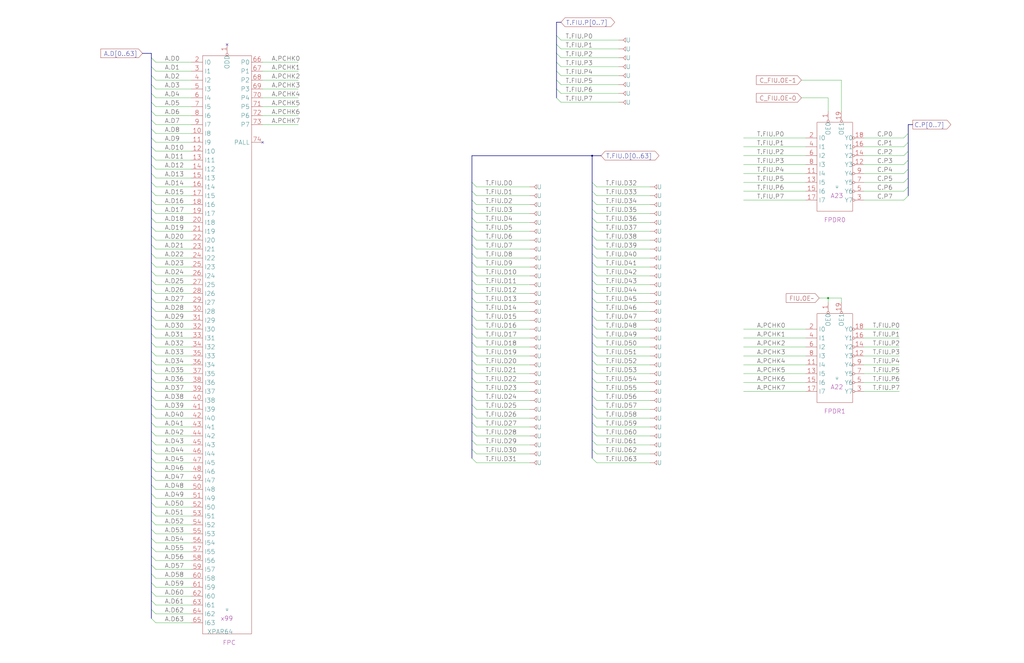
<source format=kicad_sch>
(kicad_sch (version 20220404) (generator eeschema)
  (paper "User" 584.2 378.46)
  (title_block (title "FIU DRIVER AND RECEIVER\\nPARITY") (date "15-MAR-90") (rev "1.0") (comment 1 "TYPE") (comment 2 "232-003062") (comment 3 "S400") (comment 4 "RELEASED"))
  (junction (at 472.44 170.18))
  (junction (at 337.82 88.9))
  (no_connect (at 129.54 25.4))
  (no_connect (at 149.86 81.28))
  (bus_entry (at 269.24 205.74) (size 2.54 2.54))
  (bus_entry (at 518.16 111.76) (size -2.54 2.54))
  (bus_entry (at 337.82 210.82) (size 2.54 2.54))
  (bus_entry (at 86.36 88.9) (size 2.54 2.54))
  (bus_entry (at 269.24 195.58) (size 2.54 2.54))
  (bus_entry (at 269.24 180.34) (size 2.54 2.54))
  (bus_entry (at 337.82 261.62) (size 2.54 2.54))
  (bus_entry (at 86.36 175.26) (size 2.54 2.54))
  (bus_entry (at 86.36 241.3) (size 2.54 2.54))
  (bus_entry (at 518.16 101.6) (size -2.54 2.54))
  (bus_entry (at 269.24 236.22) (size 2.54 2.54))
  (bus_entry (at 86.36 109.22) (size 2.54 2.54))
  (bus_entry (at 337.82 236.22) (size 2.54 2.54))
  (bus_entry (at 86.36 124.46) (size 2.54 2.54))
  (bus_entry (at 86.36 160.02) (size 2.54 2.54))
  (bus_entry (at 86.36 154.94) (size 2.54 2.54))
  (bus_entry (at 86.36 170.18) (size 2.54 2.54))
  (bus_entry (at 269.24 144.78) (size 2.54 2.54))
  (bus_entry (at 337.82 149.86) (size 2.54 2.54))
  (bus_entry (at 86.36 99.06) (size 2.54 2.54))
  (bus_entry (at 337.82 160.02) (size 2.54 2.54))
  (bus_entry (at 86.36 104.14) (size 2.54 2.54))
  (bus_entry (at 337.82 104.14) (size 2.54 2.54))
  (bus_entry (at 337.82 185.42) (size 2.54 2.54))
  (bus_entry (at 337.82 180.34) (size 2.54 2.54))
  (bus_entry (at 337.82 251.46) (size 2.54 2.54))
  (bus_entry (at 269.24 210.82) (size 2.54 2.54))
  (bus_entry (at 269.24 226.06) (size 2.54 2.54))
  (bus_entry (at 317.5 25.4) (size 2.54 2.54))
  (bus_entry (at 337.82 129.54) (size 2.54 2.54))
  (bus_entry (at 86.36 58.42) (size 2.54 2.54))
  (bus_entry (at 269.24 114.3) (size 2.54 2.54))
  (bus_entry (at 317.5 45.72) (size 2.54 2.54))
  (bus_entry (at 269.24 124.46) (size 2.54 2.54))
  (bus_entry (at 86.36 129.54) (size 2.54 2.54))
  (bus_entry (at 86.36 195.58) (size 2.54 2.54))
  (bus_entry (at 86.36 68.58) (size 2.54 2.54))
  (bus_entry (at 86.36 226.06) (size 2.54 2.54))
  (bus_entry (at 337.82 195.58) (size 2.54 2.54))
  (bus_entry (at 86.36 134.62) (size 2.54 2.54))
  (bus_entry (at 337.82 170.18) (size 2.54 2.54))
  (bus_entry (at 269.24 139.7) (size 2.54 2.54))
  (bus_entry (at 317.5 55.88) (size 2.54 2.54))
  (bus_entry (at 317.5 35.56) (size 2.54 2.54))
  (bus_entry (at 337.82 175.26) (size 2.54 2.54))
  (bus_entry (at 269.24 231.14) (size 2.54 2.54))
  (bus_entry (at 86.36 342.9) (size 2.54 2.54))
  (bus_entry (at 86.36 215.9) (size 2.54 2.54))
  (bus_entry (at 337.82 231.14) (size 2.54 2.54))
  (bus_entry (at 86.36 139.7) (size 2.54 2.54))
  (bus_entry (at 269.24 119.38) (size 2.54 2.54))
  (bus_entry (at 86.36 276.86) (size 2.54 2.54))
  (bus_entry (at 269.24 185.42) (size 2.54 2.54))
  (bus_entry (at 86.36 327.66) (size 2.54 2.54))
  (bus_entry (at 86.36 180.34) (size 2.54 2.54))
  (bus_entry (at 317.5 40.64) (size 2.54 2.54))
  (bus_entry (at 86.36 266.7) (size 2.54 2.54))
  (bus_entry (at 269.24 256.54) (size 2.54 2.54))
  (bus_entry (at 269.24 200.66) (size 2.54 2.54))
  (bus_entry (at 86.36 220.98) (size 2.54 2.54))
  (bus_entry (at 337.82 154.94) (size 2.54 2.54))
  (bus_entry (at 86.36 246.38) (size 2.54 2.54))
  (bus_entry (at 86.36 78.74) (size 2.54 2.54))
  (bus_entry (at 337.82 114.3) (size 2.54 2.54))
  (bus_entry (at 337.82 124.46) (size 2.54 2.54))
  (bus_entry (at 86.36 256.54) (size 2.54 2.54))
  (bus_entry (at 269.24 165.1) (size 2.54 2.54))
  (bus_entry (at 86.36 302.26) (size 2.54 2.54))
  (bus_entry (at 337.82 241.3) (size 2.54 2.54))
  (bus_entry (at 317.5 50.8) (size 2.54 2.54))
  (bus_entry (at 86.36 33.02) (size 2.54 2.54))
  (bus_entry (at 337.82 246.38) (size 2.54 2.54))
  (bus_entry (at 86.36 271.78) (size 2.54 2.54))
  (bus_entry (at 269.24 190.5) (size 2.54 2.54))
  (bus_entry (at 86.36 190.5) (size 2.54 2.54))
  (bus_entry (at 269.24 104.14) (size 2.54 2.54))
  (bus_entry (at 86.36 307.34) (size 2.54 2.54))
  (bus_entry (at 86.36 38.1) (size 2.54 2.54))
  (bus_entry (at 86.36 185.42) (size 2.54 2.54))
  (bus_entry (at 86.36 119.38) (size 2.54 2.54))
  (bus_entry (at 337.82 215.9) (size 2.54 2.54))
  (bus_entry (at 337.82 139.7) (size 2.54 2.54))
  (bus_entry (at 269.24 215.9) (size 2.54 2.54))
  (bus_entry (at 86.36 297.18) (size 2.54 2.54))
  (bus_entry (at 86.36 63.5) (size 2.54 2.54))
  (bus_entry (at 269.24 154.94) (size 2.54 2.54))
  (bus_entry (at 337.82 220.98) (size 2.54 2.54))
  (bus_entry (at 337.82 200.66) (size 2.54 2.54))
  (bus_entry (at 337.82 226.06) (size 2.54 2.54))
  (bus_entry (at 86.36 322.58) (size 2.54 2.54))
  (bus_entry (at 86.36 231.14) (size 2.54 2.54))
  (bus_entry (at 269.24 220.98) (size 2.54 2.54))
  (bus_entry (at 86.36 149.86) (size 2.54 2.54))
  (bus_entry (at 86.36 251.46) (size 2.54 2.54))
  (bus_entry (at 317.5 20.32) (size 2.54 2.54))
  (bus_entry (at 337.82 256.54) (size 2.54 2.54))
  (bus_entry (at 86.36 353.06) (size 2.54 2.54))
  (bus_entry (at 337.82 144.78) (size 2.54 2.54))
  (bus_entry (at 518.16 91.44) (size -2.54 2.54))
  (bus_entry (at 269.24 261.62) (size 2.54 2.54))
  (bus_entry (at 86.36 337.82) (size 2.54 2.54))
  (bus_entry (at 86.36 312.42) (size 2.54 2.54))
  (bus_entry (at 86.36 347.98) (size 2.54 2.54))
  (bus_entry (at 86.36 200.66) (size 2.54 2.54))
  (bus_entry (at 269.24 246.38) (size 2.54 2.54))
  (bus_entry (at 86.36 165.1) (size 2.54 2.54))
  (bus_entry (at 86.36 210.82) (size 2.54 2.54))
  (bus_entry (at 86.36 205.74) (size 2.54 2.54))
  (bus_entry (at 86.36 144.78) (size 2.54 2.54))
  (bus_entry (at 337.82 109.22) (size 2.54 2.54))
  (bus_entry (at 269.24 241.3) (size 2.54 2.54))
  (bus_entry (at 337.82 134.62) (size 2.54 2.54))
  (bus_entry (at 518.16 86.36) (size -2.54 2.54))
  (bus_entry (at 337.82 119.38) (size 2.54 2.54))
  (bus_entry (at 518.16 81.28) (size -2.54 2.54))
  (bus_entry (at 269.24 175.26) (size 2.54 2.54))
  (bus_entry (at 337.82 165.1) (size 2.54 2.54))
  (bus_entry (at 86.36 317.5) (size 2.54 2.54))
  (bus_entry (at 86.36 73.66) (size 2.54 2.54))
  (bus_entry (at 86.36 48.26) (size 2.54 2.54))
  (bus_entry (at 269.24 134.62) (size 2.54 2.54))
  (bus_entry (at 86.36 114.3) (size 2.54 2.54))
  (bus_entry (at 86.36 43.18) (size 2.54 2.54))
  (bus_entry (at 317.5 30.48) (size 2.54 2.54))
  (bus_entry (at 269.24 109.22) (size 2.54 2.54))
  (bus_entry (at 269.24 149.86) (size 2.54 2.54))
  (bus_entry (at 337.82 190.5) (size 2.54 2.54))
  (bus_entry (at 269.24 129.54) (size 2.54 2.54))
  (bus_entry (at 86.36 236.22) (size 2.54 2.54))
  (bus_entry (at 86.36 287.02) (size 2.54 2.54))
  (bus_entry (at 518.16 96.52) (size -2.54 2.54))
  (bus_entry (at 86.36 292.1) (size 2.54 2.54))
  (bus_entry (at 86.36 53.34) (size 2.54 2.54))
  (bus_entry (at 86.36 332.74) (size 2.54 2.54))
  (bus_entry (at 269.24 251.46) (size 2.54 2.54))
  (bus_entry (at 518.16 76.2) (size -2.54 2.54))
  (bus_entry (at 518.16 106.68) (size -2.54 2.54))
  (bus_entry (at 337.82 205.74) (size 2.54 2.54))
  (bus_entry (at 86.36 93.98) (size 2.54 2.54))
  (bus_entry (at 269.24 170.18) (size 2.54 2.54))
  (bus_entry (at 86.36 281.94) (size 2.54 2.54))
  (bus_entry (at 86.36 83.82) (size 2.54 2.54))
  (bus_entry (at 269.24 160.02) (size 2.54 2.54))
  (bus_entry (at 86.36 261.62) (size 2.54 2.54))
  (wire (pts (xy 340.36 106.68) (xy 370.84 106.68)))
  (bus (pts (xy 269.24 190.5) (xy 269.24 195.58)))
  (wire (pts (xy 271.78 259.08) (xy 302.26 259.08)))
  (wire (pts (xy 340.36 223.52) (xy 370.84 223.52)))
  (wire (pts (xy 271.78 187.96) (xy 302.26 187.96)))
  (bus (pts (xy 269.24 144.78) (xy 269.24 149.86)))
  (wire (pts (xy 424.18 78.74) (xy 459.74 78.74)))
  (wire (pts (xy 271.78 238.76) (xy 302.26 238.76)))
  (wire (pts (xy 149.86 66.04) (xy 170.18 66.04)))
  (bus (pts (xy 337.82 231.14) (xy 337.82 236.22)))
  (wire (pts (xy 340.36 243.84) (xy 370.84 243.84)))
  (bus (pts (xy 86.36 200.66) (xy 86.36 205.74)))
  (bus (pts (xy 86.36 78.74) (xy 86.36 83.82)))
  (wire (pts (xy 88.9 60.96) (xy 109.22 60.96)))
  (wire (pts (xy 472.44 172.72) (xy 472.44 170.18)))
  (bus (pts (xy 86.36 63.5) (xy 86.36 68.58)))
  (bus (pts (xy 337.82 205.74) (xy 337.82 210.82)))
  (bus (pts (xy 337.82 210.82) (xy 337.82 215.9)))
  (bus (pts (xy 86.36 93.98) (xy 86.36 99.06)))
  (wire (pts (xy 340.36 147.32) (xy 370.84 147.32)))
  (wire (pts (xy 88.9 91.44) (xy 109.22 91.44)))
  (wire (pts (xy 340.36 172.72) (xy 370.84 172.72)))
  (bus (pts (xy 337.82 226.06) (xy 337.82 231.14)))
  (wire (pts (xy 424.18 99.06) (xy 459.74 99.06)))
  (wire (pts (xy 88.9 299.72) (xy 109.22 299.72)))
  (wire (pts (xy 88.9 355.6) (xy 109.22 355.6)))
  (bus (pts (xy 269.24 231.14) (xy 269.24 236.22)))
  (wire (pts (xy 88.9 45.72) (xy 109.22 45.72)))
  (bus (pts (xy 269.24 134.62) (xy 269.24 139.7)))
  (bus (pts (xy 337.82 139.7) (xy 337.82 144.78)))
  (wire (pts (xy 424.18 109.22) (xy 459.74 109.22)))
  (bus (pts (xy 86.36 322.58) (xy 86.36 327.66)))
  (wire (pts (xy 340.36 198.12) (xy 370.84 198.12)))
  (wire (pts (xy 88.9 223.52) (xy 109.22 223.52)))
  (bus (pts (xy 337.82 124.46) (xy 337.82 129.54)))
  (wire (pts (xy 88.9 325.12) (xy 109.22 325.12)))
  (bus (pts (xy 269.24 104.14) (xy 269.24 109.22)))
  (bus (pts (xy 518.16 101.6) (xy 518.16 106.68)))
  (wire (pts (xy 271.78 264.16) (xy 302.26 264.16)))
  (wire (pts (xy 88.9 248.92) (xy 109.22 248.92)))
  (wire (pts (xy 88.9 243.84) (xy 109.22 243.84)))
  (wire (pts (xy 340.36 208.28) (xy 370.84 208.28)))
  (wire (pts (xy 424.18 93.98) (xy 459.74 93.98)))
  (wire (pts (xy 88.9 238.76) (xy 109.22 238.76)))
  (bus (pts (xy 86.36 53.34) (xy 86.36 58.42)))
  (wire (pts (xy 340.36 182.88) (xy 370.84 182.88)))
  (bus (pts (xy 86.36 292.1) (xy 86.36 297.18)))
  (bus (pts (xy 337.82 104.14) (xy 337.82 109.22)))
  (bus (pts (xy 86.36 342.9) (xy 86.36 347.98)))
  (wire (pts (xy 492.76 223.52) (xy 513.08 223.52)))
  (bus (pts (xy 518.16 81.28) (xy 518.16 86.36)))
  (wire (pts (xy 271.78 218.44) (xy 302.26 218.44)))
  (bus (pts (xy 337.82 180.34) (xy 337.82 185.42)))
  (wire (pts (xy 340.36 162.56) (xy 370.84 162.56)))
  (wire (pts (xy 271.78 182.88) (xy 302.26 182.88)))
  (wire (pts (xy 320.04 38.1) (xy 353.06 38.1)))
  (wire (pts (xy 271.78 213.36) (xy 302.26 213.36)))
  (bus (pts (xy 317.5 12.7) (xy 320.04 12.7)))
  (bus (pts (xy 86.36 139.7) (xy 86.36 144.78)))
  (wire (pts (xy 88.9 279.4) (xy 109.22 279.4)))
  (wire (pts (xy 340.36 121.92) (xy 370.84 121.92)))
  (bus (pts (xy 86.36 114.3) (xy 86.36 119.38)))
  (bus (pts (xy 269.24 226.06) (xy 269.24 231.14)))
  (bus (pts (xy 337.82 170.18) (xy 337.82 175.26)))
  (wire (pts (xy 271.78 121.92) (xy 302.26 121.92)))
  (wire (pts (xy 340.36 228.6) (xy 370.84 228.6)))
  (bus (pts (xy 86.36 266.7) (xy 86.36 271.78)))
  (wire (pts (xy 492.76 218.44) (xy 513.08 218.44)))
  (wire (pts (xy 467.36 170.18) (xy 472.44 170.18)))
  (bus (pts (xy 86.36 241.3) (xy 86.36 246.38)))
  (wire (pts (xy 271.78 228.6) (xy 302.26 228.6)))
  (wire (pts (xy 88.9 294.64) (xy 109.22 294.64)))
  (bus (pts (xy 86.36 38.1) (xy 86.36 43.18)))
  (wire (pts (xy 88.9 101.6) (xy 109.22 101.6)))
  (wire (pts (xy 480.06 45.72) (xy 457.2 45.72)))
  (wire (pts (xy 88.9 187.96) (xy 109.22 187.96)))
  (bus (pts (xy 317.5 40.64) (xy 317.5 45.72)))
  (wire (pts (xy 340.36 248.92) (xy 370.84 248.92)))
  (wire (pts (xy 88.9 335.28) (xy 109.22 335.28)))
  (bus (pts (xy 337.82 256.54) (xy 337.82 261.62)))
  (wire (pts (xy 271.78 243.84) (xy 302.26 243.84)))
  (wire (pts (xy 340.36 177.8) (xy 370.84 177.8)))
  (bus (pts (xy 317.5 25.4) (xy 317.5 30.48)))
  (bus (pts (xy 269.24 160.02) (xy 269.24 165.1)))
  (bus (pts (xy 269.24 109.22) (xy 269.24 114.3)))
  (bus (pts (xy 86.36 317.5) (xy 86.36 322.58)))
  (wire (pts (xy 271.78 127) (xy 302.26 127)))
  (bus (pts (xy 269.24 220.98) (xy 269.24 226.06)))
  (bus (pts (xy 518.16 106.68) (xy 518.16 111.76)))
  (wire (pts (xy 340.36 213.36) (xy 370.84 213.36)))
  (bus (pts (xy 337.82 165.1) (xy 337.82 170.18)))
  (bus (pts (xy 269.24 149.86) (xy 269.24 154.94)))
  (wire (pts (xy 492.76 93.98) (xy 515.62 93.98)))
  (wire (pts (xy 424.18 203.2) (xy 459.74 203.2)))
  (wire (pts (xy 149.86 35.56) (xy 170.18 35.56)))
  (wire (pts (xy 88.9 71.12) (xy 109.22 71.12)))
  (bus (pts (xy 337.82 149.86) (xy 337.82 154.94)))
  (bus (pts (xy 81.28 30.48) (xy 86.36 30.48)))
  (bus (pts (xy 86.36 160.02) (xy 86.36 165.1)))
  (wire (pts (xy 271.78 111.76) (xy 302.26 111.76)))
  (bus (pts (xy 337.82 215.9) (xy 337.82 220.98)))
  (bus (pts (xy 86.36 236.22) (xy 86.36 241.3)))
  (bus (pts (xy 86.36 104.14) (xy 86.36 109.22)))
  (wire (pts (xy 340.36 127) (xy 370.84 127)))
  (wire (pts (xy 88.9 76.2) (xy 109.22 76.2)))
  (wire (pts (xy 492.76 104.14) (xy 515.62 104.14)))
  (wire (pts (xy 424.18 208.28) (xy 459.74 208.28)))
  (bus (pts (xy 337.82 88.9) (xy 337.82 104.14)))
  (bus (pts (xy 86.36 337.82) (xy 86.36 342.9)))
  (wire (pts (xy 149.86 40.64) (xy 170.18 40.64)))
  (bus (pts (xy 86.36 287.02) (xy 86.36 292.1)))
  (wire (pts (xy 424.18 213.36) (xy 459.74 213.36)))
  (bus (pts (xy 86.36 205.74) (xy 86.36 210.82)))
  (bus (pts (xy 86.36 99.06) (xy 86.36 104.14)))
  (wire (pts (xy 480.06 172.72) (xy 480.06 170.18)))
  (wire (pts (xy 340.36 238.76) (xy 370.84 238.76)))
  (wire (pts (xy 88.9 330.2) (xy 109.22 330.2)))
  (wire (pts (xy 88.9 228.6) (xy 109.22 228.6)))
  (wire (pts (xy 149.86 45.72) (xy 170.18 45.72)))
  (bus (pts (xy 86.36 226.06) (xy 86.36 231.14)))
  (bus (pts (xy 269.24 251.46) (xy 269.24 256.54)))
  (wire (pts (xy 88.9 127) (xy 109.22 127)))
  (wire (pts (xy 149.86 55.88) (xy 170.18 55.88)))
  (bus (pts (xy 337.82 129.54) (xy 337.82 134.62)))
  (wire (pts (xy 271.78 157.48) (xy 302.26 157.48)))
  (bus (pts (xy 337.82 190.5) (xy 337.82 195.58)))
  (bus (pts (xy 86.36 175.26) (xy 86.36 180.34)))
  (bus (pts (xy 337.82 119.38) (xy 337.82 124.46)))
  (wire (pts (xy 340.36 157.48) (xy 370.84 157.48)))
  (bus (pts (xy 269.24 154.94) (xy 269.24 160.02)))
  (bus (pts (xy 518.16 86.36) (xy 518.16 91.44)))
  (bus (pts (xy 86.36 190.5) (xy 86.36 195.58)))
  (wire (pts (xy 88.9 66.04) (xy 109.22 66.04)))
  (wire (pts (xy 88.9 96.52) (xy 109.22 96.52)))
  (wire (pts (xy 271.78 198.12) (xy 302.26 198.12)))
  (wire (pts (xy 88.9 259.08) (xy 109.22 259.08)))
  (wire (pts (xy 88.9 81.28) (xy 109.22 81.28)))
  (wire (pts (xy 271.78 172.72) (xy 302.26 172.72)))
  (bus (pts (xy 317.5 12.7) (xy 317.5 20.32)))
  (wire (pts (xy 88.9 40.64) (xy 109.22 40.64)))
  (wire (pts (xy 88.9 132.08) (xy 109.22 132.08)))
  (bus (pts (xy 337.82 88.9) (xy 342.9 88.9)))
  (wire (pts (xy 88.9 309.88) (xy 109.22 309.88)))
  (bus (pts (xy 86.36 73.66) (xy 86.36 78.74)))
  (wire (pts (xy 424.18 114.3) (xy 459.74 114.3)))
  (bus (pts (xy 337.82 220.98) (xy 337.82 226.06)))
  (wire (pts (xy 88.9 213.36) (xy 109.22 213.36)))
  (bus (pts (xy 86.36 149.86) (xy 86.36 154.94)))
  (wire (pts (xy 271.78 162.56) (xy 302.26 162.56)))
  (wire (pts (xy 271.78 147.32) (xy 302.26 147.32)))
  (bus (pts (xy 86.36 231.14) (xy 86.36 236.22)))
  (wire (pts (xy 271.78 132.08) (xy 302.26 132.08)))
  (bus (pts (xy 86.36 180.34) (xy 86.36 185.42)))
  (bus (pts (xy 86.36 281.94) (xy 86.36 287.02)))
  (wire (pts (xy 88.9 233.68) (xy 109.22 233.68)))
  (bus (pts (xy 86.36 332.74) (xy 86.36 337.82)))
  (bus (pts (xy 86.36 312.42) (xy 86.36 317.5)))
  (bus (pts (xy 86.36 261.62) (xy 86.36 266.7)))
  (wire (pts (xy 88.9 208.28) (xy 109.22 208.28)))
  (wire (pts (xy 340.36 193.04) (xy 370.84 193.04)))
  (bus (pts (xy 86.36 109.22) (xy 86.36 114.3)))
  (bus (pts (xy 86.36 48.26) (xy 86.36 53.34)))
  (bus (pts (xy 269.24 195.58) (xy 269.24 200.66)))
  (wire (pts (xy 340.36 218.44) (xy 370.84 218.44)))
  (wire (pts (xy 88.9 269.24) (xy 109.22 269.24)))
  (wire (pts (xy 88.9 116.84) (xy 109.22 116.84)))
  (bus (pts (xy 86.36 256.54) (xy 86.36 261.62)))
  (wire (pts (xy 88.9 106.68) (xy 109.22 106.68)))
  (bus (pts (xy 86.36 307.34) (xy 86.36 312.42)))
  (wire (pts (xy 88.9 172.72) (xy 109.22 172.72)))
  (wire (pts (xy 424.18 218.44) (xy 459.74 218.44)))
  (bus (pts (xy 86.36 302.26) (xy 86.36 307.34)))
  (wire (pts (xy 320.04 58.42) (xy 353.06 58.42)))
  (wire (pts (xy 340.36 254) (xy 370.84 254)))
  (wire (pts (xy 88.9 111.76) (xy 109.22 111.76)))
  (wire (pts (xy 472.44 55.88) (xy 457.2 55.88)))
  (wire (pts (xy 472.44 63.5) (xy 472.44 55.88)))
  (bus (pts (xy 269.24 170.18) (xy 269.24 175.26)))
  (wire (pts (xy 340.36 167.64) (xy 370.84 167.64)))
  (bus (pts (xy 86.36 144.78) (xy 86.36 149.86)))
  (wire (pts (xy 340.36 203.2) (xy 370.84 203.2)))
  (wire (pts (xy 492.76 203.2) (xy 513.08 203.2)))
  (wire (pts (xy 271.78 248.92) (xy 302.26 248.92)))
  (bus (pts (xy 86.36 246.38) (xy 86.36 251.46)))
  (bus (pts (xy 86.36 124.46) (xy 86.36 129.54)))
  (wire (pts (xy 340.36 264.16) (xy 370.84 264.16)))
  (wire (pts (xy 88.9 193.04) (xy 109.22 193.04)))
  (bus (pts (xy 269.24 236.22) (xy 269.24 241.3)))
  (bus (pts (xy 518.16 91.44) (xy 518.16 96.52)))
  (bus (pts (xy 86.36 68.58) (xy 86.36 73.66)))
  (wire (pts (xy 271.78 208.28) (xy 302.26 208.28)))
  (wire (pts (xy 480.06 63.5) (xy 480.06 45.72)))
  (wire (pts (xy 88.9 142.24) (xy 109.22 142.24)))
  (wire (pts (xy 271.78 193.04) (xy 302.26 193.04)))
  (bus (pts (xy 86.36 220.98) (xy 86.36 226.06)))
  (wire (pts (xy 88.9 137.16) (xy 109.22 137.16)))
  (wire (pts (xy 88.9 203.2) (xy 109.22 203.2)))
  (bus (pts (xy 86.36 251.46) (xy 86.36 256.54)))
  (wire (pts (xy 340.36 152.4) (xy 370.84 152.4)))
  (wire (pts (xy 492.76 88.9) (xy 515.62 88.9)))
  (bus (pts (xy 269.24 180.34) (xy 269.24 185.42)))
  (wire (pts (xy 271.78 203.2) (xy 302.26 203.2)))
  (wire (pts (xy 88.9 320.04) (xy 109.22 320.04)))
  (bus (pts (xy 86.36 170.18) (xy 86.36 175.26)))
  (wire (pts (xy 340.36 111.76) (xy 370.84 111.76)))
  (wire (pts (xy 88.9 254) (xy 109.22 254)))
  (wire (pts (xy 271.78 177.8) (xy 302.26 177.8)))
  (bus (pts (xy 337.82 114.3) (xy 337.82 119.38)))
  (wire (pts (xy 424.18 198.12) (xy 459.74 198.12)))
  (wire (pts (xy 492.76 83.82) (xy 515.62 83.82)))
  (wire (pts (xy 340.36 116.84) (xy 370.84 116.84)))
  (bus (pts (xy 86.36 215.9) (xy 86.36 220.98)))
  (wire (pts (xy 492.76 193.04) (xy 513.08 193.04)))
  (wire (pts (xy 88.9 218.44) (xy 109.22 218.44)))
  (wire (pts (xy 88.9 289.56) (xy 109.22 289.56)))
  (wire (pts (xy 320.04 53.34) (xy 353.06 53.34)))
  (bus (pts (xy 86.36 88.9) (xy 86.36 93.98)))
  (bus (pts (xy 317.5 35.56) (xy 317.5 40.64)))
  (bus (pts (xy 337.82 195.58) (xy 337.82 200.66)))
  (wire (pts (xy 320.04 43.18) (xy 353.06 43.18)))
  (wire (pts (xy 88.9 121.92) (xy 109.22 121.92)))
  (wire (pts (xy 320.04 48.26) (xy 353.06 48.26)))
  (wire (pts (xy 149.86 71.12) (xy 170.18 71.12)))
  (wire (pts (xy 271.78 233.68) (xy 302.26 233.68)))
  (wire (pts (xy 88.9 345.44) (xy 109.22 345.44)))
  (bus (pts (xy 86.36 119.38) (xy 86.36 124.46)))
  (wire (pts (xy 492.76 187.96) (xy 513.08 187.96)))
  (bus (pts (xy 269.24 246.38) (xy 269.24 251.46)))
  (bus (pts (xy 518.16 96.52) (xy 518.16 101.6)))
  (wire (pts (xy 340.36 132.08) (xy 370.84 132.08)))
  (wire (pts (xy 320.04 33.02) (xy 353.06 33.02)))
  (bus (pts (xy 337.82 134.62) (xy 337.82 139.7)))
  (bus (pts (xy 317.5 20.32) (xy 317.5 25.4)))
  (bus (pts (xy 86.36 165.1) (xy 86.36 170.18)))
  (wire (pts (xy 271.78 106.68) (xy 302.26 106.68)))
  (wire (pts (xy 88.9 86.36) (xy 109.22 86.36)))
  (bus (pts (xy 86.36 33.02) (xy 86.36 38.1)))
  (bus (pts (xy 86.36 297.18) (xy 86.36 302.26)))
  (wire (pts (xy 88.9 157.48) (xy 109.22 157.48)))
  (wire (pts (xy 424.18 187.96) (xy 459.74 187.96)))
  (wire (pts (xy 424.18 83.82) (xy 459.74 83.82)))
  (wire (pts (xy 88.9 314.96) (xy 109.22 314.96)))
  (bus (pts (xy 317.5 30.48) (xy 317.5 35.56)))
  (wire (pts (xy 88.9 198.12) (xy 109.22 198.12)))
  (bus (pts (xy 269.24 114.3) (xy 269.24 119.38)))
  (bus (pts (xy 86.36 154.94) (xy 86.36 160.02)))
  (bus (pts (xy 86.36 58.42) (xy 86.36 63.5)))
  (wire (pts (xy 88.9 264.16) (xy 109.22 264.16)))
  (wire (pts (xy 271.78 137.16) (xy 302.26 137.16)))
  (bus (pts (xy 86.36 210.82) (xy 86.36 215.9)))
  (wire (pts (xy 492.76 109.22) (xy 515.62 109.22)))
  (bus (pts (xy 269.24 256.54) (xy 269.24 261.62)))
  (bus (pts (xy 269.24 119.38) (xy 269.24 124.46)))
  (wire (pts (xy 271.78 116.84) (xy 302.26 116.84)))
  (bus (pts (xy 518.16 76.2) (xy 518.16 81.28)))
  (wire (pts (xy 424.18 104.14) (xy 459.74 104.14)))
  (wire (pts (xy 424.18 88.9) (xy 459.74 88.9)))
  (bus (pts (xy 269.24 88.9) (xy 269.24 104.14)))
  (bus (pts (xy 337.82 200.66) (xy 337.82 205.74)))
  (bus (pts (xy 269.24 215.9) (xy 269.24 220.98)))
  (wire (pts (xy 340.36 233.68) (xy 370.84 233.68)))
  (bus (pts (xy 86.36 327.66) (xy 86.36 332.74)))
  (bus (pts (xy 337.82 175.26) (xy 337.82 180.34)))
  (bus (pts (xy 317.5 50.8) (xy 317.5 55.88)))
  (wire (pts (xy 88.9 147.32) (xy 109.22 147.32)))
  (bus (pts (xy 86.36 134.62) (xy 86.36 139.7)))
  (bus (pts (xy 86.36 129.54) (xy 86.36 134.62)))
  (wire (pts (xy 320.04 27.94) (xy 353.06 27.94)))
  (wire (pts (xy 88.9 50.8) (xy 109.22 50.8)))
  (bus (pts (xy 269.24 165.1) (xy 269.24 170.18)))
  (bus (pts (xy 337.82 246.38) (xy 337.82 251.46)))
  (wire (pts (xy 271.78 142.24) (xy 302.26 142.24)))
  (bus (pts (xy 86.36 276.86) (xy 86.36 281.94)))
  (bus (pts (xy 86.36 185.42) (xy 86.36 190.5)))
  (wire (pts (xy 88.9 55.88) (xy 109.22 55.88)))
  (wire (pts (xy 492.76 78.74) (xy 515.62 78.74)))
  (wire (pts (xy 88.9 284.48) (xy 109.22 284.48)))
  (wire (pts (xy 424.18 223.52) (xy 459.74 223.52)))
  (bus (pts (xy 269.24 185.42) (xy 269.24 190.5)))
  (wire (pts (xy 340.36 142.24) (xy 370.84 142.24)))
  (wire (pts (xy 271.78 167.64) (xy 302.26 167.64)))
  (bus (pts (xy 269.24 210.82) (xy 269.24 215.9)))
  (bus (pts (xy 269.24 129.54) (xy 269.24 134.62)))
  (wire (pts (xy 88.9 152.4) (xy 109.22 152.4)))
  (bus (pts (xy 269.24 124.46) (xy 269.24 129.54)))
  (wire (pts (xy 88.9 274.32) (xy 109.22 274.32)))
  (wire (pts (xy 492.76 99.06) (xy 515.62 99.06)))
  (bus (pts (xy 337.82 185.42) (xy 337.82 190.5)))
  (wire (pts (xy 472.44 170.18) (xy 480.06 170.18)))
  (bus (pts (xy 269.24 175.26) (xy 269.24 180.34)))
  (bus (pts (xy 337.82 236.22) (xy 337.82 241.3)))
  (bus (pts (xy 86.36 30.48) (xy 86.36 33.02)))
  (wire (pts (xy 340.36 259.08) (xy 370.84 259.08)))
  (wire (pts (xy 88.9 340.36) (xy 109.22 340.36)))
  (bus (pts (xy 317.5 45.72) (xy 317.5 50.8)))
  (wire (pts (xy 88.9 350.52) (xy 109.22 350.52)))
  (wire (pts (xy 88.9 162.56) (xy 109.22 162.56)))
  (wire (pts (xy 492.76 208.28) (xy 513.08 208.28)))
  (wire (pts (xy 149.86 50.8) (xy 170.18 50.8)))
  (bus (pts (xy 86.36 271.78) (xy 86.36 276.86)))
  (bus (pts (xy 86.36 83.82) (xy 86.36 88.9)))
  (wire (pts (xy 88.9 304.8) (xy 109.22 304.8)))
  (wire (pts (xy 149.86 60.96) (xy 170.18 60.96)))
  (wire (pts (xy 340.36 187.96) (xy 370.84 187.96)))
  (wire (pts (xy 271.78 152.4) (xy 302.26 152.4)))
  (bus (pts (xy 337.82 160.02) (xy 337.82 165.1)))
  (wire (pts (xy 88.9 35.56) (xy 109.22 35.56)))
  (wire (pts (xy 271.78 254) (xy 302.26 254)))
  (bus (pts (xy 86.36 347.98) (xy 86.36 353.06)))
  (wire (pts (xy 88.9 167.64) (xy 109.22 167.64)))
  (bus (pts (xy 337.82 241.3) (xy 337.82 246.38)))
  (wire (pts (xy 492.76 114.3) (xy 515.62 114.3)))
  (bus (pts (xy 269.24 241.3) (xy 269.24 246.38)))
  (bus (pts (xy 269.24 200.66) (xy 269.24 205.74)))
  (bus (pts (xy 269.24 205.74) (xy 269.24 210.82)))
  (bus (pts (xy 518.16 71.12) (xy 518.16 76.2)))
  (wire (pts (xy 271.78 223.52) (xy 302.26 223.52)))
  (bus (pts (xy 518.16 71.12) (xy 520.7 71.12)))
  (wire (pts (xy 492.76 213.36) (xy 513.08 213.36)))
  (bus (pts (xy 337.82 154.94) (xy 337.82 160.02)))
  (bus (pts (xy 269.24 139.7) (xy 269.24 144.78)))
  (bus (pts (xy 337.82 251.46) (xy 337.82 256.54)))
  (bus (pts (xy 86.36 195.58) (xy 86.36 200.66)))
  (wire (pts (xy 492.76 198.12) (xy 513.08 198.12)))
  (bus (pts (xy 337.82 109.22) (xy 337.82 114.3)))
  (wire (pts (xy 88.9 182.88) (xy 109.22 182.88)))
  (bus (pts (xy 86.36 43.18) (xy 86.36 48.26)))
  (bus (pts (xy 337.82 88.9) (xy 269.24 88.9)))
  (wire (pts (xy 424.18 193.04) (xy 459.74 193.04)))
  (wire (pts (xy 88.9 177.8) (xy 109.22 177.8)))
  (wire (pts (xy 340.36 137.16) (xy 370.84 137.16)))
  (wire (pts (xy 320.04 22.86) (xy 353.06 22.86)))
  (bus (pts (xy 337.82 144.78) (xy 337.82 149.86)))
  (label "T.FIU.D20" (at 276.86 208.28 0) (effects (font (size 2.54 2.54))))
  (label "T.FIU.P4" (at 431.8 99.06 0) (effects (font (size 2.54 2.54))))
  (label "T.FIU.D52" (at 345.44 208.28 0) (effects (font (size 2.54 2.54))))
  (label "A.PCHK6" (at 431.8 218.44 0) (effects (font (size 2.54 2.54))))
  (label "T.FIU.D9" (at 276.86 152.4 0) (effects (font (size 2.54 2.54))))
  (label "T.FIU.P0" (at 322.58 22.86 0) (effects (font (size 2.54 2.54))))
  (label "T.FIU.D53" (at 345.44 213.36 0) (effects (font (size 2.54 2.54))))
  (label "A.D12" (at 93.98 96.52 0) (effects (font (size 2.54 2.54))))
  (label "T.FIU.D47" (at 345.44 182.88 0) (effects (font (size 2.54 2.54))))
  (label "A.D63" (at 93.98 355.6 0) (effects (font (size 2.54 2.54))))
  (label "T.FIU.P2" (at 431.8 88.9 0) (effects (font (size 2.54 2.54))))
  (label "T.FIU.D29" (at 276.86 254 0) (effects (font (size 2.54 2.54))))
  (label "C.P3" (at 500.38 93.98 0) (effects (font (size 2.54 2.54))))
  (label "T.FIU.D8" (at 276.86 147.32 0) (effects (font (size 2.54 2.54))))
  (label "A.D24" (at 93.98 157.48 0) (effects (font (size 2.54 2.54))))
  (label "A.PCHK6" (at 154.94 66.04 0) (effects (font (size 2.54 2.54))))
  (label "T.FIU.D34" (at 345.44 116.84 0) (effects (font (size 2.54 2.54))))
  (label "T.FIU.D6" (at 276.86 137.16 0) (effects (font (size 2.54 2.54))))
  (label "T.FIU.D33" (at 345.44 111.76 0) (effects (font (size 2.54 2.54))))
  (label "T.FIU.D11" (at 276.86 162.56 0) (effects (font (size 2.54 2.54))))
  (label "T.FIU.P1" (at 497.84 193.04 0) (effects (font (size 2.54 2.54))))
  (label "T.FIU.D45" (at 345.44 172.72 0) (effects (font (size 2.54 2.54))))
  (label "A.D25" (at 93.98 162.56 0) (effects (font (size 2.54 2.54))))
  (label "T.FIU.P5" (at 431.8 104.14 0) (effects (font (size 2.54 2.54))))
  (label "A.D18" (at 93.98 127 0) (effects (font (size 2.54 2.54))))
  (label "T.FIU.D16" (at 276.86 187.96 0) (effects (font (size 2.54 2.54))))
  (label "T.FIU.P3" (at 322.58 38.1 0) (effects (font (size 2.54 2.54))))
  (label "T.FIU.P3" (at 431.8 93.98 0) (effects (font (size 2.54 2.54))))
  (label "A.D41" (at 93.98 243.84 0) (effects (font (size 2.54 2.54))))
  (label "T.FIU.P7" (at 322.58 58.42 0) (effects (font (size 2.54 2.54))))
  (label "T.FIU.P6" (at 322.58 53.34 0) (effects (font (size 2.54 2.54))))
  (label "A.D17" (at 93.98 121.92 0) (effects (font (size 2.54 2.54))))
  (label "T.FIU.D58" (at 345.44 238.76 0) (effects (font (size 2.54 2.54))))
  (label "T.FIU.D43" (at 345.44 162.56 0) (effects (font (size 2.54 2.54))))
  (label "A.D53" (at 93.98 304.8 0) (effects (font (size 2.54 2.54))))
  (label "A.D13" (at 93.98 101.6 0) (effects (font (size 2.54 2.54))))
  (label "T.FIU.D14" (at 276.86 177.8 0) (effects (font (size 2.54 2.54))))
  (label "A.D22" (at 93.98 147.32 0) (effects (font (size 2.54 2.54))))
  (label "T.FIU.D50" (at 345.44 198.12 0) (effects (font (size 2.54 2.54))))
  (label "T.FIU.D54" (at 345.44 218.44 0) (effects (font (size 2.54 2.54))))
  (label "A.D15" (at 93.98 111.76 0) (effects (font (size 2.54 2.54))))
  (label "A.D43" (at 93.98 254 0) (effects (font (size 2.54 2.54))))
  (label "A.D37" (at 93.98 223.52 0) (effects (font (size 2.54 2.54))))
  (label "T.FIU.P5" (at 322.58 48.26 0) (effects (font (size 2.54 2.54))))
  (label "A.D19" (at 93.98 132.08 0) (effects (font (size 2.54 2.54))))
  (label "A.D6" (at 93.98 66.04 0) (effects (font (size 2.54 2.54))))
  (label "A.D21" (at 93.98 142.24 0) (effects (font (size 2.54 2.54))))
  (label "T.FIU.P2" (at 322.58 33.02 0) (effects (font (size 2.54 2.54))))
  (label "A.D36" (at 93.98 218.44 0) (effects (font (size 2.54 2.54))))
  (label "A.D8" (at 93.98 76.2 0) (effects (font (size 2.54 2.54))))
  (label "T.FIU.D10" (at 276.86 157.48 0) (effects (font (size 2.54 2.54))))
  (label "A.D14" (at 93.98 106.68 0) (effects (font (size 2.54 2.54))))
  (label "A.D58" (at 93.98 330.2 0) (effects (font (size 2.54 2.54))))
  (label "T.FIU.P0" (at 497.84 187.96 0) (effects (font (size 2.54 2.54))))
  (label "A.D7" (at 93.98 71.12 0) (effects (font (size 2.54 2.54))))
  (label "T.FIU.D15" (at 276.86 182.88 0) (effects (font (size 2.54 2.54))))
  (label "A.D45" (at 93.98 264.16 0) (effects (font (size 2.54 2.54))))
  (label "A.D47" (at 93.98 274.32 0) (effects (font (size 2.54 2.54))))
  (label "A.D10" (at 93.98 86.36 0) (effects (font (size 2.54 2.54))))
  (label "A.D39" (at 93.98 233.68 0) (effects (font (size 2.54 2.54))))
  (label "A.D40" (at 93.98 238.76 0) (effects (font (size 2.54 2.54))))
  (label "A.D26" (at 93.98 167.64 0) (effects (font (size 2.54 2.54))))
  (label "T.FIU.D21" (at 276.86 213.36 0) (effects (font (size 2.54 2.54))))
  (label "A.D61" (at 93.98 345.44 0) (effects (font (size 2.54 2.54))))
  (label "T.FIU.D26" (at 276.86 238.76 0) (effects (font (size 2.54 2.54))))
  (label "T.FIU.D25" (at 276.86 233.68 0) (effects (font (size 2.54 2.54))))
  (label "T.FIU.P5" (at 497.84 213.36 0) (effects (font (size 2.54 2.54))))
  (label "T.FIU.D0" (at 276.86 106.68 0) (effects (font (size 2.54 2.54))))
  (label "A.D51" (at 93.98 294.64 0) (effects (font (size 2.54 2.54))))
  (label "T.FIU.D7" (at 276.86 142.24 0) (effects (font (size 2.54 2.54))))
  (label "A.D55" (at 93.98 314.96 0) (effects (font (size 2.54 2.54))))
  (label "A.D2" (at 93.98 45.72 0) (effects (font (size 2.54 2.54))))
  (label "A.D1" (at 93.98 40.64 0) (effects (font (size 2.54 2.54))))
  (label "A.PCHK2" (at 154.94 45.72 0) (effects (font (size 2.54 2.54))))
  (label "A.D23" (at 93.98 152.4 0) (effects (font (size 2.54 2.54))))
  (label "T.FIU.D63" (at 345.44 264.16 0) (effects (font (size 2.54 2.54))))
  (label "A.D0" (at 93.98 35.56 0) (effects (font (size 2.54 2.54))))
  (label "C.P7" (at 500.38 114.3 0) (effects (font (size 2.54 2.54))))
  (label "T.FIU.D22" (at 276.86 218.44 0) (effects (font (size 2.54 2.54))))
  (label "T.FIU.D4" (at 276.86 127 0) (effects (font (size 2.54 2.54))))
  (label "A.D54" (at 93.98 309.88 0) (effects (font (size 2.54 2.54))))
  (label "A.D3" (at 93.98 50.8 0) (effects (font (size 2.54 2.54))))
  (label "C.P4" (at 500.38 99.06 0) (effects (font (size 2.54 2.54))))
  (label "T.FIU.D18" (at 276.86 198.12 0) (effects (font (size 2.54 2.54))))
  (label "T.FIU.D49" (at 345.44 193.04 0) (effects (font (size 2.54 2.54))))
  (label "A.D28" (at 93.98 177.8 0) (effects (font (size 2.54 2.54))))
  (label "T.FIU.D51" (at 345.44 203.2 0) (effects (font (size 2.54 2.54))))
  (label "T.FIU.D13" (at 276.86 172.72 0) (effects (font (size 2.54 2.54))))
  (label "A.PCHK5" (at 154.94 60.96 0) (effects (font (size 2.54 2.54))))
  (label "T.FIU.D56" (at 345.44 228.6 0) (effects (font (size 2.54 2.54))))
  (label "A.D46" (at 93.98 269.24 0) (effects (font (size 2.54 2.54))))
  (label "A.PCHK5" (at 431.8 213.36 0) (effects (font (size 2.54 2.54))))
  (label "T.FIU.P2" (at 497.84 198.12 0) (effects (font (size 2.54 2.54))))
  (label "A.D32" (at 93.98 198.12 0) (effects (font (size 2.54 2.54))))
  (label "T.FIU.D27" (at 276.86 243.84 0) (effects (font (size 2.54 2.54))))
  (label "T.FIU.P1" (at 431.8 83.82 0) (effects (font (size 2.54 2.54))))
  (label "A.D11" (at 93.98 91.44 0) (effects (font (size 2.54 2.54))))
  (label "A.D9" (at 93.98 81.28 0) (effects (font (size 2.54 2.54))))
  (label "A.D31" (at 93.98 193.04 0) (effects (font (size 2.54 2.54))))
  (label "A.D59" (at 93.98 335.28 0) (effects (font (size 2.54 2.54))))
  (label "T.FIU.D1" (at 276.86 111.76 0) (effects (font (size 2.54 2.54))))
  (label "T.FIU.P1" (at 322.58 27.94 0) (effects (font (size 2.54 2.54))))
  (label "T.FIU.D24" (at 276.86 228.6 0) (effects (font (size 2.54 2.54))))
  (label "A.PCHK2" (at 431.8 198.12 0) (effects (font (size 2.54 2.54))))
  (label "T.FIU.D42" (at 345.44 157.48 0) (effects (font (size 2.54 2.54))))
  (label "T.FIU.D12" (at 276.86 167.64 0) (effects (font (size 2.54 2.54))))
  (label "A.D29" (at 93.98 182.88 0) (effects (font (size 2.54 2.54))))
  (label "T.FIU.D35" (at 345.44 121.92 0) (effects (font (size 2.54 2.54))))
  (label "T.FIU.D48" (at 345.44 187.96 0) (effects (font (size 2.54 2.54))))
  (label "C.P0" (at 500.38 78.74 0) (effects (font (size 2.54 2.54))))
  (label "T.FIU.D28" (at 276.86 248.92 0) (effects (font (size 2.54 2.54))))
  (label "A.D50" (at 93.98 289.56 0) (effects (font (size 2.54 2.54))))
  (label "T.FIU.D31" (at 276.86 264.16 0) (effects (font (size 2.54 2.54))))
  (label "A.PCHK0" (at 154.94 35.56 0) (effects (font (size 2.54 2.54))))
  (label "T.FIU.P6" (at 431.8 109.22 0) (effects (font (size 2.54 2.54))))
  (label "T.FIU.P3" (at 497.84 203.2 0) (effects (font (size 2.54 2.54))))
  (label "C.P5" (at 500.38 104.14 0) (effects (font (size 2.54 2.54))))
  (label "A.D57" (at 93.98 325.12 0) (effects (font (size 2.54 2.54))))
  (label "A.PCHK1" (at 431.8 193.04 0) (effects (font (size 2.54 2.54))))
  (label "T.FIU.D3" (at 276.86 121.92 0) (effects (font (size 2.54 2.54))))
  (label "T.FIU.D23" (at 276.86 223.52 0) (effects (font (size 2.54 2.54))))
  (label "C.P2" (at 500.38 88.9 0) (effects (font (size 2.54 2.54))))
  (label "T.FIU.P7" (at 497.84 223.52 0) (effects (font (size 2.54 2.54))))
  (label "A.PCHK4" (at 431.8 208.28 0) (effects (font (size 2.54 2.54))))
  (label "A.D20" (at 93.98 137.16 0) (effects (font (size 2.54 2.54))))
  (label "A.D34" (at 93.98 208.28 0) (effects (font (size 2.54 2.54))))
  (label "A.D16" (at 93.98 116.84 0) (effects (font (size 2.54 2.54))))
  (label "A.PCHK3" (at 154.94 50.8 0) (effects (font (size 2.54 2.54))))
  (label "A.D52" (at 93.98 299.72 0) (effects (font (size 2.54 2.54))))
  (label "A.D49" (at 93.98 284.48 0) (effects (font (size 2.54 2.54))))
  (label "T.FIU.D19" (at 276.86 203.2 0) (effects (font (size 2.54 2.54))))
  (label "A.D60" (at 93.98 340.36 0) (effects (font (size 2.54 2.54))))
  (label "T.FIU.D46" (at 345.44 177.8 0) (effects (font (size 2.54 2.54))))
  (label "A.D56" (at 93.98 320.04 0) (effects (font (size 2.54 2.54))))
  (label "T.FIU.D2" (at 276.86 116.84 0) (effects (font (size 2.54 2.54))))
  (label "T.FIU.D55" (at 345.44 223.52 0) (effects (font (size 2.54 2.54))))
  (label "A.D48" (at 93.98 279.4 0) (effects (font (size 2.54 2.54))))
  (label "A.D62" (at 93.98 350.52 0) (effects (font (size 2.54 2.54))))
  (label "T.FIU.P7" (at 431.8 114.3 0) (effects (font (size 2.54 2.54))))
  (label "A.D30" (at 93.98 187.96 0) (effects (font (size 2.54 2.54))))
  (label "A.PCHK1" (at 154.94 40.64 0) (effects (font (size 2.54 2.54))))
  (label "T.FIU.D57" (at 345.44 233.68 0) (effects (font (size 2.54 2.54))))
  (label "T.FIU.P4" (at 322.58 43.18 0) (effects (font (size 2.54 2.54))))
  (label "T.FIU.D59" (at 345.44 243.84 0) (effects (font (size 2.54 2.54))))
  (label "C.P6" (at 500.38 109.22 0) (effects (font (size 2.54 2.54))))
  (label "A.D42" (at 93.98 248.92 0) (effects (font (size 2.54 2.54))))
  (label "T.FIU.P4" (at 497.84 208.28 0) (effects (font (size 2.54 2.54))))
  (label "T.FIU.D32" (at 345.44 106.68 0) (effects (font (size 2.54 2.54))))
  (label "A.PCHK0" (at 431.8 187.96 0) (effects (font (size 2.54 2.54))))
  (label "T.FIU.D37" (at 345.44 132.08 0) (effects (font (size 2.54 2.54))))
  (label "A.PCHK7" (at 431.8 223.52 0) (effects (font (size 2.54 2.54))))
  (label "T.FIU.D40" (at 345.44 147.32 0) (effects (font (size 2.54 2.54))))
  (label "T.FIU.D36" (at 345.44 127 0) (effects (font (size 2.54 2.54))))
  (label "A.PCHK3" (at 431.8 203.2 0) (effects (font (size 2.54 2.54))))
  (label "A.PCHK4" (at 154.94 55.88 0) (effects (font (size 2.54 2.54))))
  (label "A.D5" (at 93.98 60.96 0) (effects (font (size 2.54 2.54))))
  (label "T.FIU.P0" (at 431.8 78.74 0) (effects (font (size 2.54 2.54))))
  (label "A.D38" (at 93.98 228.6 0) (effects (font (size 2.54 2.54))))
  (label "A.D33" (at 93.98 203.2 0) (effects (font (size 2.54 2.54))))
  (label "T.FIU.D39" (at 345.44 142.24 0) (effects (font (size 2.54 2.54))))
  (label "T.FIU.P6" (at 497.84 218.44 0) (effects (font (size 2.54 2.54))))
  (label "A.D4" (at 93.98 55.88 0) (effects (font (size 2.54 2.54))))
  (label "T.FIU.D17" (at 276.86 193.04 0) (effects (font (size 2.54 2.54))))
  (label "T.FIU.D60" (at 345.44 248.92 0) (effects (font (size 2.54 2.54))))
  (label "A.D35" (at 93.98 213.36 0) (effects (font (size 2.54 2.54))))
  (label "A.D44" (at 93.98 259.08 0) (effects (font (size 2.54 2.54))))
  (label "T.FIU.D61" (at 345.44 254 0) (effects (font (size 2.54 2.54))))
  (label "T.FIU.D30" (at 276.86 259.08 0) (effects (font (size 2.54 2.54))))
  (label "T.FIU.D44" (at 345.44 167.64 0) (effects (font (size 2.54 2.54))))
  (label "T.FIU.D41" (at 345.44 152.4 0) (effects (font (size 2.54 2.54))))
  (label "T.FIU.D5" (at 276.86 132.08 0) (effects (font (size 2.54 2.54))))
  (label "C.P1" (at 500.38 83.82 0) (effects (font (size 2.54 2.54))))
  (label "A.PCHK7" (at 154.94 71.12 0) (effects (font (size 2.54 2.54))))
  (label "A.D27" (at 93.98 172.72 0) (effects (font (size 2.54 2.54))))
  (label "T.FIU.D62" (at 345.44 259.08 0) (effects (font (size 2.54 2.54))))
  (label "T.FIU.D38" (at 345.44 137.16 0) (effects (font (size 2.54 2.54))))
  (global_label "T.FIU.P[0..7]" (shape bidirectional) (at 320.04 12.7 0) (effects (font (size 2.54 2.54))) (property "Intersheet References" "${INTERSHEET_REFS}" (at 348.4517 12.5413 0) (effects (font (size 1.905 1.905)) (justify left))))
  (global_label "C.P[0..7]" (shape output) (at 520.7 71.12 0) (effects (font (size 2.54 2.54))) (property "Intersheet References" "${INTERSHEET_REFS}" (at 542.4593 70.9613 0) (effects (font (size 1.905 1.905)) (justify left))))
  (global_label "A.D[0..63]" (shape input) (at 81.28 30.48 180) (effects (font (size 2.54 2.54))) (property "Intersheet References" "${INTERSHEET_REFS}" (at 57.4645 30.3213 0) (effects (font (size 1.905 1.905)) (justify right))))
  (global_label "C_FIU.OE~1" (shape input) (at 457.2 45.72 180) (effects (font (size 2.54 2.54))) (property "Intersheet References" "${INTERSHEET_REFS}" (at 431.4492 45.5613 0) (effects (font (size 1.905 1.905)) (justify right))))
  (global_label "C_FIU.OE~0" (shape input) (at 457.2 55.88 180) (effects (font (size 2.54 2.54))) (property "Intersheet References" "${INTERSHEET_REFS}" (at 431.4492 55.7213 0) (effects (font (size 1.905 1.905)) (justify right))))
  (global_label "T.FIU.D[0..63]" (shape bidirectional) (at 342.9 88.9 0) (effects (font (size 2.54 2.54))) (property "Intersheet References" "${INTERSHEET_REFS}" (at 373.7308 88.7413 0) (effects (font (size 1.905 1.905)) (justify left))))
  (global_label "FIU.OE~" (shape input) (at 467.36 170.18 180) (effects (font (size 2.54 2.54))) (property "Intersheet References" "${INTERSHEET_REFS}" (at 448.5035 170.0213 0) (effects (font (size 1.905 1.905)) (justify right))))
  (symbol (lib_id "r1000:GF") (at 370.84 264.16 0) (unit 1)
    (default_instance (reference "U") (unit 1) (value "") (footprint ""))
    (property "Reference" "U" (at 374.65 264.16 0) (effects (font (size 2.54 2.54)) (justify left)))
  )
  (symbol (lib_id "r1000:GF") (at 370.84 238.76 0) (unit 1)
    (default_instance (reference "U") (unit 1) (value "") (footprint ""))
    (property "Reference" "U" (at 374.65 238.76 0) (effects (font (size 2.54 2.54)) (justify left)))
  )
  (symbol (lib_id "r1000:GF") (at 353.06 43.18 0) (unit 1)
    (default_instance (reference "U") (unit 1) (value "") (footprint ""))
    (property "Reference" "U" (at 356.87 43.18 0) (effects (font (size 2.54 2.54)) (justify left)))
  )
  (symbol (lib_id "r1000:GF") (at 370.84 137.16 0) (unit 1)
    (default_instance (reference "U") (unit 1) (value "") (footprint ""))
    (property "Reference" "U" (at 374.65 137.16 0) (effects (font (size 2.54 2.54)) (justify left)))
  )
  (symbol (lib_id "r1000:GF") (at 302.26 213.36 0) (unit 1)
    (default_instance (reference "U") (unit 1) (value "") (footprint ""))
    (property "Reference" "U" (at 306.07 213.36 0) (effects (font (size 2.54 2.54)) (justify left)))
  )
  (symbol (lib_id "r1000:GF") (at 370.84 203.2 0) (unit 1)
    (default_instance (reference "U") (unit 1) (value "") (footprint ""))
    (property "Reference" "U" (at 374.65 203.2 0) (effects (font (size 2.54 2.54)) (justify left)))
  )
  (symbol (lib_id "r1000:F240") (at 474.98 111.76 0) (unit 1)
    (default_instance (reference "U") (unit 1) (value "") (footprint ""))
    (property "Reference" "U" (at 477.52 106.68 0))
    (property "Location" "A23" (at 473.71 111.76 0) (effects (font (size 2.54 2.54)) (justify left)))
    (property "Name" "FPDR0" (at 476.25 127 0) (effects (font (size 2.54 2.54)) (justify bottom)))
  )
  (symbol (lib_id "r1000:GF") (at 370.84 152.4 0) (unit 1)
    (default_instance (reference "U") (unit 1) (value "") (footprint ""))
    (property "Reference" "U" (at 374.65 152.4 0) (effects (font (size 2.54 2.54)) (justify left)))
  )
  (symbol (lib_id "r1000:GF") (at 370.84 167.64 0) (unit 1)
    (default_instance (reference "U") (unit 1) (value "") (footprint ""))
    (property "Reference" "U" (at 374.65 167.64 0) (effects (font (size 2.54 2.54)) (justify left)))
  )
  (symbol (lib_id "r1000:GF") (at 302.26 228.6 0) (unit 1)
    (default_instance (reference "U") (unit 1) (value "") (footprint ""))
    (property "Reference" "U" (at 306.07 228.6 0) (effects (font (size 2.54 2.54)) (justify left)))
  )
  (symbol (lib_id "r1000:GF") (at 302.26 157.48 0) (unit 1)
    (default_instance (reference "U") (unit 1) (value "") (footprint ""))
    (property "Reference" "U" (at 306.07 157.48 0) (effects (font (size 2.54 2.54)) (justify left)))
  )
  (symbol (lib_id "r1000:GF") (at 302.26 106.68 0) (unit 1)
    (default_instance (reference "U") (unit 1) (value "") (footprint ""))
    (property "Reference" "U" (at 306.07 106.68 0) (effects (font (size 2.54 2.54)) (justify left)))
  )
  (symbol (lib_id "r1000:GF") (at 353.06 53.34 0) (unit 1)
    (default_instance (reference "U") (unit 1) (value "") (footprint ""))
    (property "Reference" "U" (at 356.87 53.34 0) (effects (font (size 2.54 2.54)) (justify left)))
  )
  (symbol (lib_id "r1000:GF") (at 302.26 198.12 0) (unit 1)
    (default_instance (reference "U") (unit 1) (value "") (footprint ""))
    (property "Reference" "U" (at 306.07 198.12 0) (effects (font (size 2.54 2.54)) (justify left)))
  )
  (symbol (lib_id "r1000:GF") (at 353.06 58.42 0) (unit 1)
    (default_instance (reference "U") (unit 1) (value "") (footprint ""))
    (property "Reference" "U" (at 356.87 58.42 0) (effects (font (size 2.54 2.54)) (justify left)))
  )
  (symbol (lib_id "r1000:GF") (at 370.84 193.04 0) (unit 1)
    (default_instance (reference "U") (unit 1) (value "") (footprint ""))
    (property "Reference" "U" (at 374.65 193.04 0) (effects (font (size 2.54 2.54)) (justify left)))
  )
  (symbol (lib_id "r1000:GF") (at 302.26 218.44 0) (unit 1)
    (default_instance (reference "U") (unit 1) (value "") (footprint ""))
    (property "Reference" "U" (at 306.07 218.44 0) (effects (font (size 2.54 2.54)) (justify left)))
  )
  (symbol (lib_id "r1000:GF") (at 302.26 177.8 0) (unit 1)
    (default_instance (reference "U") (unit 1) (value "") (footprint ""))
    (property "Reference" "U" (at 306.07 177.8 0) (effects (font (size 2.54 2.54)) (justify left)))
  )
  (symbol (lib_id "r1000:GF") (at 353.06 38.1 0) (unit 1)
    (default_instance (reference "U") (unit 1) (value "") (footprint ""))
    (property "Reference" "U" (at 356.87 38.1 0) (effects (font (size 2.54 2.54)) (justify left)))
  )
  (symbol (lib_id "r1000:GF") (at 370.84 259.08 0) (unit 1)
    (default_instance (reference "U") (unit 1) (value "") (footprint ""))
    (property "Reference" "U" (at 374.65 259.08 0) (effects (font (size 2.54 2.54)) (justify left)))
  )
  (symbol (lib_id "r1000:GF") (at 370.84 142.24 0) (unit 1)
    (default_instance (reference "U") (unit 1) (value "") (footprint ""))
    (property "Reference" "U" (at 374.65 142.24 0) (effects (font (size 2.54 2.54)) (justify left)))
  )
  (symbol (lib_id "r1000:GF") (at 302.26 147.32 0) (unit 1)
    (default_instance (reference "U") (unit 1) (value "") (footprint ""))
    (property "Reference" "U" (at 306.07 147.32 0) (effects (font (size 2.54 2.54)) (justify left)))
  )
  (symbol (lib_id "r1000:GF") (at 370.84 254 0) (unit 1)
    (default_instance (reference "U") (unit 1) (value "") (footprint ""))
    (property "Reference" "U" (at 374.65 254 0) (effects (font (size 2.54 2.54)) (justify left)))
  )
  (symbol (lib_id "r1000:GF") (at 370.84 147.32 0) (unit 1)
    (default_instance (reference "U") (unit 1) (value "") (footprint ""))
    (property "Reference" "U" (at 374.65 147.32 0) (effects (font (size 2.54 2.54)) (justify left)))
  )
  (symbol (lib_id "r1000:GF") (at 302.26 137.16 0) (unit 1)
    (default_instance (reference "U") (unit 1) (value "") (footprint ""))
    (property "Reference" "U" (at 306.07 137.16 0) (effects (font (size 2.54 2.54)) (justify left)))
  )
  (symbol (lib_id "r1000:GF") (at 302.26 132.08 0) (unit 1)
    (default_instance (reference "U") (unit 1) (value "") (footprint ""))
    (property "Reference" "U" (at 306.07 132.08 0) (effects (font (size 2.54 2.54)) (justify left)))
  )
  (symbol (lib_id "r1000:GF") (at 302.26 172.72 0) (unit 1)
    (default_instance (reference "U") (unit 1) (value "") (footprint ""))
    (property "Reference" "U" (at 306.07 172.72 0) (effects (font (size 2.54 2.54)) (justify left)))
  )
  (symbol (lib_id "r1000:GF") (at 370.84 213.36 0) (unit 1)
    (default_instance (reference "U") (unit 1) (value "") (footprint ""))
    (property "Reference" "U" (at 374.65 213.36 0) (effects (font (size 2.54 2.54)) (justify left)))
  )
  (symbol (lib_id "r1000:GF") (at 370.84 198.12 0) (unit 1)
    (default_instance (reference "U") (unit 1) (value "") (footprint ""))
    (property "Reference" "U" (at 374.65 198.12 0) (effects (font (size 2.54 2.54)) (justify left)))
  )
  (symbol (lib_id "r1000:GF") (at 353.06 48.26 0) (unit 1)
    (default_instance (reference "U") (unit 1) (value "") (footprint ""))
    (property "Reference" "U" (at 356.87 48.26 0) (effects (font (size 2.54 2.54)) (justify left)))
  )
  (symbol (lib_id "r1000:GF") (at 370.84 106.68 0) (unit 1)
    (default_instance (reference "U") (unit 1) (value "") (footprint ""))
    (property "Reference" "U" (at 374.65 106.68 0) (effects (font (size 2.54 2.54)) (justify left)))
  )
  (symbol (lib_id "r1000:GF") (at 302.26 259.08 0) (unit 1)
    (default_instance (reference "U") (unit 1) (value "") (footprint ""))
    (property "Reference" "U" (at 306.07 259.08 0) (effects (font (size 2.54 2.54)) (justify left)))
  )
  (symbol (lib_id "r1000:GF") (at 370.84 243.84 0) (unit 1)
    (default_instance (reference "U") (unit 1) (value "") (footprint ""))
    (property "Reference" "U" (at 374.65 243.84 0) (effects (font (size 2.54 2.54)) (justify left)))
  )
  (symbol (lib_id "r1000:GF") (at 370.84 218.44 0) (unit 1)
    (default_instance (reference "U") (unit 1) (value "") (footprint ""))
    (property "Reference" "U" (at 374.65 218.44 0) (effects (font (size 2.54 2.54)) (justify left)))
  )
  (symbol (lib_id "r1000:GF") (at 370.84 121.92 0) (unit 1)
    (default_instance (reference "U") (unit 1) (value "") (footprint ""))
    (property "Reference" "U" (at 374.65 121.92 0) (effects (font (size 2.54 2.54)) (justify left)))
  )
  (symbol (lib_id "r1000:GF") (at 370.84 248.92 0) (unit 1)
    (default_instance (reference "U") (unit 1) (value "") (footprint ""))
    (property "Reference" "U" (at 374.65 248.92 0) (effects (font (size 2.54 2.54)) (justify left)))
  )
  (symbol (lib_id "r1000:GF") (at 353.06 27.94 0) (unit 1)
    (default_instance (reference "U") (unit 1) (value "") (footprint ""))
    (property "Reference" "U" (at 356.87 27.94 0) (effects (font (size 2.54 2.54)) (justify left)))
  )
  (symbol (lib_id "r1000:XPAR64") (at 127 353.06 0) (unit 1)
    (default_instance (reference "U") (unit 1) (value "XPAR64") (footprint ""))
    (property "Reference" "U" (at 129.54 347.98 0))
    (property "Value" "XPAR64" (at 118.11 360.68 0) (effects (font (size 2.54 2.54)) (justify left)))
    (property "Location" "x99" (at 125.73 353.06 0) (effects (font (size 2.54 2.54)) (justify left)))
    (property "Name" "FPC" (at 130.81 368.3 0) (effects (font (size 2.54 2.54)) (justify bottom)))
  )
  (symbol (lib_id "r1000:GF") (at 370.84 162.56 0) (unit 1)
    (default_instance (reference "U") (unit 1) (value "") (footprint ""))
    (property "Reference" "U" (at 374.65 162.56 0) (effects (font (size 2.54 2.54)) (justify left)))
  )
  (symbol (lib_id "r1000:GF") (at 370.84 132.08 0) (unit 1)
    (default_instance (reference "U") (unit 1) (value "") (footprint ""))
    (property "Reference" "U" (at 374.65 132.08 0) (effects (font (size 2.54 2.54)) (justify left)))
  )
  (symbol (lib_id "r1000:GF") (at 370.84 111.76 0) (unit 1)
    (default_instance (reference "U") (unit 1) (value "") (footprint ""))
    (property "Reference" "U" (at 374.65 111.76 0) (effects (font (size 2.54 2.54)) (justify left)))
  )
  (symbol (lib_id "r1000:GF") (at 302.26 142.24 0) (unit 1)
    (default_instance (reference "U") (unit 1) (value "") (footprint ""))
    (property "Reference" "U" (at 306.07 142.24 0) (effects (font (size 2.54 2.54)) (justify left)))
  )
  (symbol (lib_id "r1000:GF") (at 370.84 208.28 0) (unit 1)
    (default_instance (reference "U") (unit 1) (value "") (footprint ""))
    (property "Reference" "U" (at 374.65 208.28 0) (effects (font (size 2.54 2.54)) (justify left)))
  )
  (symbol (lib_id "r1000:GF") (at 302.26 254 0) (unit 1)
    (default_instance (reference "U") (unit 1) (value "") (footprint ""))
    (property "Reference" "U" (at 306.07 254 0) (effects (font (size 2.54 2.54)) (justify left)))
  )
  (symbol (lib_id "r1000:GF") (at 370.84 116.84 0) (unit 1)
    (default_instance (reference "U") (unit 1) (value "") (footprint ""))
    (property "Reference" "U" (at 374.65 116.84 0) (effects (font (size 2.54 2.54)) (justify left)))
  )
  (symbol (lib_id "r1000:GF") (at 370.84 223.52 0) (unit 1)
    (default_instance (reference "U") (unit 1) (value "") (footprint ""))
    (property "Reference" "U" (at 374.65 223.52 0) (effects (font (size 2.54 2.54)) (justify left)))
  )
  (symbol (lib_id "r1000:GF") (at 302.26 152.4 0) (unit 1)
    (default_instance (reference "U") (unit 1) (value "") (footprint ""))
    (property "Reference" "U" (at 306.07 152.4 0) (effects (font (size 2.54 2.54)) (justify left)))
  )
  (symbol (lib_id "r1000:GF") (at 302.26 223.52 0) (unit 1)
    (default_instance (reference "U") (unit 1) (value "") (footprint ""))
    (property "Reference" "U" (at 306.07 223.52 0) (effects (font (size 2.54 2.54)) (justify left)))
  )
  (symbol (lib_id "r1000:GF") (at 353.06 33.02 0) (unit 1)
    (default_instance (reference "U") (unit 1) (value "") (footprint ""))
    (property "Reference" "U" (at 356.87 33.02 0) (effects (font (size 2.54 2.54)) (justify left)))
  )
  (symbol (lib_id "r1000:GF") (at 302.26 193.04 0) (unit 1)
    (default_instance (reference "U") (unit 1) (value "") (footprint ""))
    (property "Reference" "U" (at 306.07 193.04 0) (effects (font (size 2.54 2.54)) (justify left)))
  )
  (symbol (lib_id "r1000:GF") (at 302.26 182.88 0) (unit 1)
    (default_instance (reference "U") (unit 1) (value "") (footprint ""))
    (property "Reference" "U" (at 306.07 182.88 0) (effects (font (size 2.54 2.54)) (justify left)))
  )
  (symbol (lib_id "r1000:GF") (at 302.26 127 0) (unit 1)
    (default_instance (reference "U") (unit 1) (value "") (footprint ""))
    (property "Reference" "U" (at 306.07 127 0) (effects (font (size 2.54 2.54)) (justify left)))
  )
  (symbol (lib_id "r1000:GF") (at 302.26 248.92 0) (unit 1)
    (default_instance (reference "U") (unit 1) (value "") (footprint ""))
    (property "Reference" "U" (at 306.07 248.92 0) (effects (font (size 2.54 2.54)) (justify left)))
  )
  (symbol (lib_id "r1000:GF") (at 370.84 182.88 0) (unit 1)
    (default_instance (reference "U") (unit 1) (value "") (footprint ""))
    (property "Reference" "U" (at 374.65 182.88 0) (effects (font (size 2.54 2.54)) (justify left)))
  )
  (symbol (lib_id "r1000:GF") (at 302.26 167.64 0) (unit 1)
    (default_instance (reference "U") (unit 1) (value "") (footprint ""))
    (property "Reference" "U" (at 306.07 167.64 0) (effects (font (size 2.54 2.54)) (justify left)))
  )
  (symbol (lib_id "r1000:GF") (at 302.26 243.84 0) (unit 1)
    (default_instance (reference "U") (unit 1) (value "") (footprint ""))
    (property "Reference" "U" (at 306.07 243.84 0) (effects (font (size 2.54 2.54)) (justify left)))
  )
  (symbol (lib_id "r1000:GF") (at 302.26 121.92 0) (unit 1)
    (default_instance (reference "U") (unit 1) (value "") (footprint ""))
    (property "Reference" "U" (at 306.07 121.92 0) (effects (font (size 2.54 2.54)) (justify left)))
  )
  (symbol (lib_id "r1000:GF") (at 302.26 111.76 0) (unit 1)
    (default_instance (reference "U") (unit 1) (value "") (footprint ""))
    (property "Reference" "U" (at 306.07 111.76 0) (effects (font (size 2.54 2.54)) (justify left)))
  )
  (symbol (lib_id "r1000:GF") (at 370.84 157.48 0) (unit 1)
    (default_instance (reference "U") (unit 1) (value "") (footprint ""))
    (property "Reference" "U" (at 374.65 157.48 0) (effects (font (size 2.54 2.54)) (justify left)))
  )
  (symbol (lib_id "r1000:GF") (at 370.84 177.8 0) (unit 1)
    (default_instance (reference "U") (unit 1) (value "") (footprint ""))
    (property "Reference" "U" (at 374.65 177.8 0) (effects (font (size 2.54 2.54)) (justify left)))
  )
  (symbol (lib_id "r1000:GF") (at 302.26 203.2 0) (unit 1)
    (default_instance (reference "U") (unit 1) (value "") (footprint ""))
    (property "Reference" "U" (at 306.07 203.2 0) (effects (font (size 2.54 2.54)) (justify left)))
  )
  (symbol (lib_id "r1000:GF") (at 302.26 238.76 0) (unit 1)
    (default_instance (reference "U") (unit 1) (value "") (footprint ""))
    (property "Reference" "U" (at 306.07 238.76 0) (effects (font (size 2.54 2.54)) (justify left)))
  )
  (symbol (lib_id "r1000:GF") (at 302.26 208.28 0) (unit 1)
    (default_instance (reference "U") (unit 1) (value "") (footprint ""))
    (property "Reference" "U" (at 306.07 208.28 0) (effects (font (size 2.54 2.54)) (justify left)))
  )
  (symbol (lib_id "r1000:GF") (at 302.26 162.56 0) (unit 1)
    (default_instance (reference "U") (unit 1) (value "") (footprint ""))
    (property "Reference" "U" (at 306.07 162.56 0) (effects (font (size 2.54 2.54)) (justify left)))
  )
  (symbol (lib_id "r1000:GF") (at 302.26 116.84 0) (unit 1)
    (default_instance (reference "U") (unit 1) (value "") (footprint ""))
    (property "Reference" "U" (at 306.07 116.84 0) (effects (font (size 2.54 2.54)) (justify left)))
  )
  (symbol (lib_id "r1000:GF") (at 302.26 187.96 0) (unit 1)
    (default_instance (reference "U") (unit 1) (value "") (footprint ""))
    (property "Reference" "U" (at 306.07 187.96 0) (effects (font (size 2.54 2.54)) (justify left)))
  )
  (symbol (lib_id "r1000:GF") (at 302.26 264.16 0) (unit 1)
    (default_instance (reference "U") (unit 1) (value "") (footprint ""))
    (property "Reference" "U" (at 306.07 264.16 0) (effects (font (size 2.54 2.54)) (justify left)))
  )
  (symbol (lib_id "r1000:GF") (at 370.84 172.72 0) (unit 1)
    (default_instance (reference "U") (unit 1) (value "") (footprint ""))
    (property "Reference" "U" (at 374.65 172.72 0) (effects (font (size 2.54 2.54)) (justify left)))
  )
  (symbol (lib_id "r1000:GF") (at 353.06 22.86 0) (unit 1)
    (default_instance (reference "U") (unit 1) (value "") (footprint ""))
    (property "Reference" "U" (at 356.87 22.86 0) (effects (font (size 2.54 2.54)) (justify left)))
  )
  (symbol (lib_id "r1000:GF") (at 370.84 233.68 0) (unit 1)
    (default_instance (reference "U") (unit 1) (value "") (footprint ""))
    (property "Reference" "U" (at 374.65 233.68 0) (effects (font (size 2.54 2.54)) (justify left)))
  )
  (symbol (lib_id "r1000:F240") (at 474.98 220.98 0) (unit 1)
    (default_instance (reference "U") (unit 1) (value "") (footprint ""))
    (property "Reference" "U" (at 477.52 215.9 0))
    (property "Location" "A22" (at 473.71 220.98 0) (effects (font (size 2.54 2.54)) (justify left)))
    (property "Name" "FPDR1" (at 476.25 236.22 0) (effects (font (size 2.54 2.54)) (justify bottom)))
  )
  (symbol (lib_id "r1000:GF") (at 370.84 228.6 0) (unit 1)
    (default_instance (reference "U") (unit 1) (value "") (footprint ""))
    (property "Reference" "U" (at 374.65 228.6 0) (effects (font (size 2.54 2.54)) (justify left)))
  )
  (symbol (lib_id "r1000:GF") (at 370.84 187.96 0) (unit 1)
    (default_instance (reference "U") (unit 1) (value "") (footprint ""))
    (property "Reference" "U" (at 374.65 187.96 0) (effects (font (size 2.54 2.54)) (justify left)))
  )
  (symbol (lib_id "r1000:GF") (at 302.26 233.68 0) (unit 1)
    (default_instance (reference "U") (unit 1) (value "") (footprint ""))
    (property "Reference" "U" (at 306.07 233.68 0) (effects (font (size 2.54 2.54)) (justify left)))
  )
  (symbol (lib_id "r1000:GF") (at 370.84 127 0) (unit 1)
    (default_instance (reference "U") (unit 1) (value "") (footprint ""))
    (property "Reference" "U" (at 374.65 127 0) (effects (font (size 2.54 2.54)) (justify left)))
  )
)
</source>
